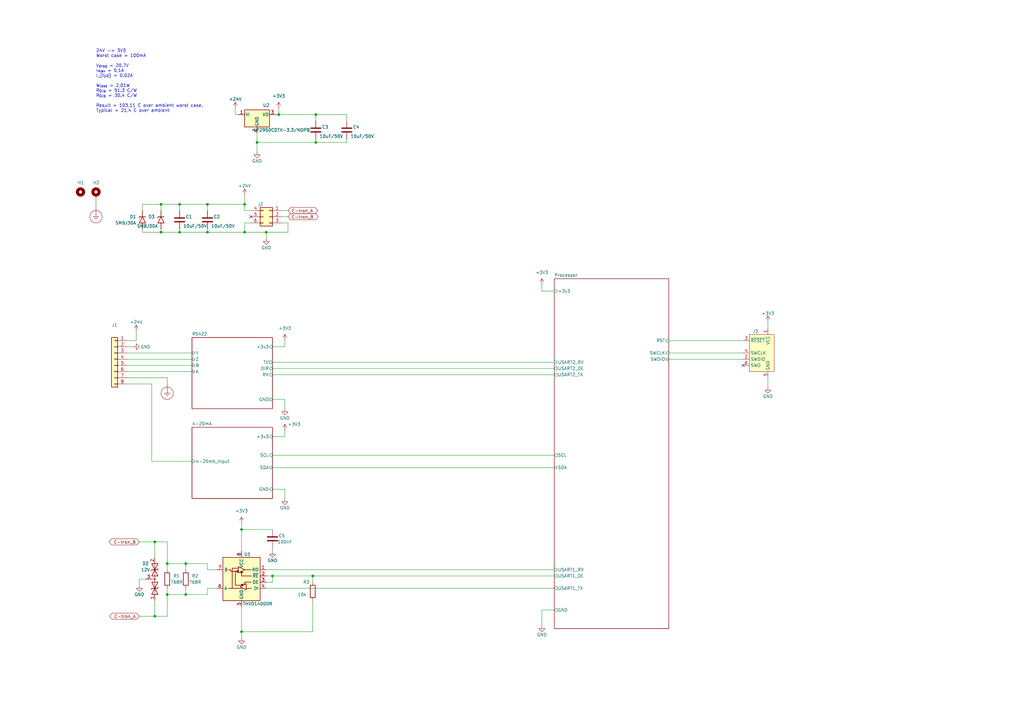
<source format=kicad_sch>
(kicad_sch (version 20250114) (generator "eeschema") (generator_version "9.0")
  (paper "A3")
  (title_block (title "Sensor Conversion board") (date "2025-03-04") (rev "B") (company "Cerlic Controls AB"))
  (lib_symbols
    (symbol "Connector:Conn_ARM_SWD_TagConnect_TC2030-NL" (in_bom no)
      (property "Reference" "J" (at 2.54 11.43 0))
      (property "Value" "Conn_ARM_SWD_TagConnect_TC2030-NL" (at 2.54 8.89 0))
      (symbol "Conn_ARM_SWD_TagConnect_TC2030-NL_0_0"
        (pin power_in line (at -2.54 10.16 270) (length 2.54) (name "VCC") (number "1"))
        (pin power_in line (at -2.54 -10.16 90) (length 2.54) (name "GND") (number "5"))
        (pin open_collector line (at 7.62 5.08 180) (length 2.54) (name "~{RESET}") (number "3"))
        (pin output line (at 7.62 0 180) (length 2.54) (name "SWCLK") (number "4"))
        (pin bidirectional line (at 7.62 -2.54 180) (length 2.54) (name "SWDIO") (number "2"))
        (pin input line (at 7.62 -5.08 180) (length 2.54) (name "SWO") (number "6"))
      )
      (symbol "Conn_ARM_SWD_TagConnect_TC2030-NL_0_1"
        (rectangle (start -5.08 7.62) (end 5.08 -7.62) (fill (type background)))
      )
    )
    (symbol "Connector_Generic:Conn_01x08" (pin_names (offset 1.016) (hide yes))
      (property "Reference" "J" (at 0 10.16 0))
      (property "Value" "Conn_01x08" (at 0 -12.7 0))
      (symbol "Conn_01x08_1_1"
        (rectangle (start -1.27 8.89) (end 1.27 -11.43) (stroke (width 0.254)) (fill (type background)))
        (rectangle (start -1.27 7.747) (end 0 7.493) (stroke (width 0.1524)))
        (rectangle (start -1.27 5.207) (end 0 4.953) (stroke (width 0.1524)))
        (rectangle (start -1.27 2.667) (end 0 2.413) (stroke (width 0.1524)))
        (rectangle (start -1.27 0.127) (end 0 -0.127) (stroke (width 0.1524)))
        (rectangle (start -1.27 -2.413) (end 0 -2.667) (stroke (width 0.1524)))
        (rectangle (start -1.27 -4.953) (end 0 -5.207) (stroke (width 0.1524)))
        (rectangle (start -1.27 -7.493) (end 0 -7.747) (stroke (width 0.1524)))
        (rectangle (start -1.27 -10.033) (end 0 -10.287) (stroke (width 0.1524)))
        (pin passive line (at -5.08 7.62 0) (length 3.81) (name "Pin_1") (number "1"))
        (pin passive line (at -5.08 5.08 0) (length 3.81) (name "Pin_2") (number "2"))
        (pin passive line (at -5.08 2.54 0) (length 3.81) (name "Pin_3") (number "3"))
        (pin passive line (at -5.08 0 0) (length 3.81) (name "Pin_4") (number "4"))
        (pin passive line (at -5.08 -2.54 0) (length 3.81) (name "Pin_5") (number "5"))
        (pin passive line (at -5.08 -5.08 0) (length 3.81) (name "Pin_6") (number "6"))
        (pin passive line (at -5.08 -7.62 0) (length 3.81) (name "Pin_7") (number "7"))
        (pin passive line (at -5.08 -10.16 0) (length 3.81) (name "Pin_8") (number "8"))
      )
    )
    (symbol "Connector_Generic:Conn_02x03_Top_Bottom" (pin_names (offset 1.016) (hide yes))
      (property "Reference" "J" (at 1.27 5.08 0))
      (property "Value" "Conn_02x03_Top_Bottom" (at 1.27 -5.08 0))
      (symbol "Conn_02x03_Top_Bottom_1_1"
        (rectangle (start -1.27 3.81) (end 3.81 -3.81) (stroke (width 0.254)) (fill (type background)))
        (rectangle (start -1.27 2.667) (end 0 2.413) (stroke (width 0.1524)))
        (rectangle (start -1.27 0.127) (end 0 -0.127) (stroke (width 0.1524)))
        (rectangle (start -1.27 -2.413) (end 0 -2.667) (stroke (width 0.1524)))
        (rectangle (start 3.81 2.667) (end 2.54 2.413) (stroke (width 0.1524)))
        (rectangle (start 3.81 0.127) (end 2.54 -0.127) (stroke (width 0.1524)))
        (rectangle (start 3.81 -2.413) (end 2.54 -2.667) (stroke (width 0.1524)))
        (pin passive line (at -5.08 2.54 0) (length 3.81) (name "Pin_1") (number "1"))
        (pin passive line (at -5.08 0 0) (length 3.81) (name "Pin_2") (number "2"))
        (pin passive line (at -5.08 -2.54 0) (length 3.81) (name "Pin_3") (number "3"))
        (pin passive line (at 7.62 2.54 180) (length 3.81) (name "Pin_4") (number "4"))
        (pin passive line (at 7.62 0 180) (length 3.81) (name "Pin_5") (number "5"))
        (pin passive line (at 7.62 -2.54 180) (length 3.81) (name "Pin_6") (number "6"))
      )
    )
    (symbol "Device:C" (pin_numbers (hide yes)) (pin_names (offset 0.254))
      (property "Reference" "C" (at 0.635 2.54 0))
      (property "Value" "C" (at 0.635 -2.54 0))
      (symbol "C_0_1"
        (polyline (pts (xy -2.032 0.762) (xy 2.032 0.762)) (stroke (width 0.508)))
        (polyline (pts (xy -2.032 -0.762) (xy 2.032 -0.762)) (stroke (width 0.508)))
      )
      (symbol "C_1_1"
        (pin passive line (at 0 3.81 270) (length 2.794) (name "~") (number "1"))
        (pin passive line (at 0 -3.81 90) (length 2.794) (name "~") (number "2"))
      )
    )
    (symbol "Device:D_TVS_Dual_AAC" (pin_names (offset 1.016) (hide yes))
      (property "Reference" "D" (at 0 4.445 0))
      (property "Value" "D_TVS_Dual_AAC" (at 0 2.54 0))
      (symbol "D_TVS_Dual_AAC_0_0"
        (polyline (pts (xy 0 -1.27) (xy 0 0)))
      )
      (symbol "D_TVS_Dual_AAC_0_1"
        (polyline (pts (xy -6.35 1.27) (xy -1.27 -1.27) (xy -1.27 1.27) (xy -6.35 -1.27) (xy -6.35 1.27)) (stroke (width 0.254)))
        (polyline (pts (xy -6.35 0) (xy 6.35 0)))
        (polyline (pts (xy -3.302 1.27) (xy -3.81 1.27) (xy -3.81 -1.27) (xy -4.318 -1.27)) (stroke (width 0.254)))
        (circle (center 0 0) (radius 0.254) (fill (type outline)))
        (polyline (pts (xy 4.318 1.27) (xy 3.81 1.27) (xy 3.81 -1.27) (xy 3.302 -1.27)) (stroke (width 0.254)))
        (polyline (pts (xy 6.35 1.27) (xy 1.27 -1.27) (xy 1.27 1.27) (xy 6.35 -1.27) (xy 6.35 1.27)) (stroke (width 0.254)))
      )
      (symbol "D_TVS_Dual_AAC_1_1"
        (pin passive line (at -8.89 0 0) (length 2.54) (name "A1") (number "1"))
        (pin input line (at 0 -3.81 90) (length 2.54) (name "common") (number "3"))
        (pin passive line (at 8.89 0 180) (length 2.54) (name "A2") (number "2"))
      )
    )
    (symbol "Device:R" (pin_numbers (hide yes)) (pin_names (offset 0))
      (property "Reference" "R" (at 2.032 0 90))
      (property "Value" "R" (at 0 0 90))
      (symbol "R_0_1"
        (rectangle (start -1.016 -2.54) (end 1.016 2.54) (stroke (width 0.254)))
      )
      (symbol "R_1_1"
        (pin passive line (at 0 3.81 270) (length 1.27) (name "~") (number "1"))
        (pin passive line (at 0 -3.81 90) (length 1.27) (name "~") (number "2"))
      )
    )
    (symbol "Diode:SM6T10A" (pin_numbers (hide yes)) (pin_names (offset 1.016) (hide yes))
      (property "Reference" "D" (at 0 2.54 0))
      (property "Value" "SM6T10A" (at 0 -2.54 0))
      (symbol "SM6T10A_0_1"
        (polyline (pts (xy -0.762 1.27) (xy -1.27 1.27) (xy -1.27 -1.27)) (stroke (width 0.254)))
        (polyline (pts (xy 1.27 1.27) (xy 1.27 -1.27) (xy -1.27 0) (xy 1.27 1.27)) (stroke (width 0.254)))
      )
      (symbol "SM6T10A_1_1"
        (pin passive line (at -3.81 0 0) (length 2.54) (name "A1") (number "1"))
        (pin passive line (at 3.81 0 180) (length 2.54) (name "A2") (number "2"))
      )
    )
    (symbol "Interface_UART:ST485EBDR"
      (property "Reference" "U" (at -6.35 8.89 0))
      (property "Value" "ST485EBDR" (at 1.27 8.89 0))
      (symbol "ST485EBDR_0_1"
        (rectangle (start -7.62 7.62) (end 7.62 -10.16) (stroke (width 0.254)) (fill (type background)))
        (polyline (pts (xy -4.064 2.54) (xy -1.27 2.54)) (stroke (width 0.254)))
        (polyline (pts (xy -4.064 -2.54) (xy -1.27 -2.54) (xy -1.27 -3.175)) (stroke (width 0.254)))
        (polyline (pts (xy -4.064 -5.08) (xy -1.905 -5.08)) (stroke (width 0.254)))
        (polyline (pts (xy -1.905 -3.175) (xy -1.905 -5.715) (xy 0.635 -4.445) (xy -1.905 -3.175)) (stroke (width 0.254)))
        (polyline (pts (xy -1.27 2.54) (xy 1.27 3.81) (xy 1.27 1.27) (xy -1.27 2.54)) (stroke (width 0.254)))
        (polyline (pts (xy -1.27 -3.2004) (xy -1.27 -3.4544)) (stroke (width 0.254)))
        (polyline (pts (xy -0.635 -5.08) (xy 5.334 -5.08)) (stroke (width 0.254)))
        (circle (center -0.3048 -3.683) (radius 0.3556) (stroke (width 0.254)) (fill (type outline)))
        (circle (center -0.0254 1.4986) (radius 0.3556) (stroke (width 0.254)) (fill (type outline)))
        (polyline (pts (xy 0 1.27) (xy 0 0) (xy -4.064 0)) (stroke (width 0.254)))
        (polyline (pts (xy 1.27 3.175) (xy 3.81 3.175) (xy 3.81 -5.08)) (stroke (width 0.254)))
        (rectangle (start 1.27 3.175) (end 1.27 3.175))
        (circle (center 1.651 1.905) (radius 0.3556) (stroke (width 0.254)) (fill (type outline)))
        (polyline (pts (xy 1.905 1.905) (xy 4.445 1.905) (xy 4.445 2.54) (xy 5.334 2.54)) (stroke (width 0.254)))
        (polyline (pts (xy 2.54 1.905) (xy 2.54 -3.81) (xy 0 -3.81)) (stroke (width 0.254)))
      )
      (symbol "ST485EBDR_1_1"
        (pin output line (at -10.16 2.54 0) (length 2.54) (name "RO") (number "1"))
        (pin input line (at -10.16 0 0) (length 2.54) (name "~{RE}") (number "2"))
        (pin input line (at -10.16 -2.54 0) (length 2.54) (name "DE") (number "3"))
        (pin input line (at -10.16 -5.08 0) (length 2.54) (name "DI") (number "4"))
        (pin power_in line (at 0 10.16 270) (length 2.54) (name "VCC") (number "8"))
        (pin power_in line (at 0 -12.7 90) (length 2.54) (name "GND") (number "5"))
        (pin bidirectional line (at 10.16 2.54 180) (length 2.54) (name "B") (number "7"))
        (pin bidirectional line (at 10.16 -5.08 180) (length 2.54) (name "A") (number "6"))
      )
    )
    (symbol "Mechanical:MountingHole" (pin_names (offset 1.016))
      (property "Reference" "H" (at 0 5.08 0))
      (property "Value" "MountingHole" (at 0 3.175 0))
      (symbol "MountingHole_0_1"
        (circle (center 0 0) (radius 1.27) (stroke (width 1.27)))
      )
    )
    (symbol "Mechanical:MountingHole_Pad" (pin_numbers (hide yes)) (pin_names (offset 1.016) (hide yes))
      (property "Reference" "H" (at 0 6.35 0))
      (property "Value" "MountingHole_Pad" (at 0 4.445 0))
      (symbol "MountingHole_Pad_0_1"
        (circle (center 0 1.27) (radius 1.27) (stroke (width 1.27)))
      )
      (symbol "MountingHole_Pad_1_1"
        (pin input line (at 0 -2.54 90) (length 2.54) (name "1") (number "1"))
      )
    )
    (symbol "Regulator_Linear:LP2950-3.3_TO252" (pin_names (offset 0.254))
      (property "Reference" "U" (at -3.81 3.175 0))
      (property "Value" "LP2950-3.3_TO252" (at 0 3.175 0))
      (symbol "LP2950-3.3_TO252_0_1"
        (rectangle (start -5.08 1.905) (end 5.08 -5.08) (stroke (width 0.254)) (fill (type background)))
      )
      (symbol "LP2950-3.3_TO252_1_1"
        (pin power_in line (at -7.62 0 0) (length 2.54) (name "VI") (number "1"))
        (pin power_in line (at 0 -7.62 90) (length 2.54) (name "GND") (number "2"))
        (pin power_out line (at 7.62 0 180) (length 2.54) (name "VO") (number "3"))
      )
    )
    (symbol "power:+24V" (power) (pin_names (offset 0))
      (property "Value" "+24V" (at 0 3.556 0))
      (symbol "+24V_0_1"
        (polyline (pts (xy -0.762 1.27) (xy 0 2.54)))
        (polyline (pts (xy 0 2.54) (xy 0.762 1.27)))
        (polyline (pts (xy 0 0) (xy 0 2.54)))
      )
      (symbol "+24V_1_1"
        (pin power_in line (at 0 0 90) (length 0) (hide yes) (name "+24V") (number "1"))
      )
    )
    (symbol "power:+3V3" (power) (pin_names (offset 0))
      (property "Value" "+3V3" (at 0 3.556 0))
      (symbol "+3V3_0_1"
        (polyline (pts (xy -0.762 1.27) (xy 0 2.54)))
        (polyline (pts (xy 0 2.54) (xy 0.762 1.27)))
        (polyline (pts (xy 0 0) (xy 0 2.54)))
      )
      (symbol "+3V3_1_1"
        (pin power_in line (at 0 0 90) (length 0) (hide yes) (name "+3V3") (number "1"))
      )
    )
    (symbol "power:Earth_Protective" (power) (pin_names (offset 0))
      (symbol "Earth_Protective_0_1"
        (polyline (pts (xy -0.635 -4.445) (xy 0.635 -4.445)))
        (polyline (pts (xy -0.127 -5.08) (xy 0.127 -5.08)))
        (polyline (pts (xy 0 -3.81) (xy 0 0)))
        (circle (center 0 -3.81) (radius 2.54))
        (polyline (pts (xy 1.27 -3.81) (xy -1.27 -3.81)))
      )
      (symbol "Earth_Protective_1_1"
        (pin power_in line (at 0 0 270) (length 0) (hide yes) (name "Earth_Protective") (number "1"))
      )
    )
    (symbol "power:GND" (power) (pin_names (offset 0))
      (property "Value" "GND" (at 0 -3.81 0))
      (symbol "GND_0_1"
        (polyline (pts (xy 0 0) (xy 0 -1.27) (xy 1.27 -1.27) (xy 0 -2.54) (xy -1.27 -1.27) (xy 0 -1.27)))
      )
      (symbol "GND_1_1"
        (pin power_in line (at 0 0 270) (length 0) (hide yes) (name "GND") (number "1"))
      )
    )
  )
  (text "24V -> 3V3\nWorst case = 100mA\n\nV_{drop} = 20,7V\nI_{max} = 0,1A\nI_[typ} = 0.02A\n\nW_{loss} = 2,01W\nR_{0Ja} = 51.3 C/W\nR_{0Jb} = 30.4 C/W\n\nResult = 103,11 C over ambient worst case.\nTypical = 21,4 C over ambient\n\n" (at 39.37 48.26 0) (effects (font (size 1.27 1.27)) (justify left bottom)))
  (junction (at 73.66 95.25))
  (junction (at 99.06 259.08))
  (junction (at 85.09 95.25))
  (junction (at 129.54 46.99))
  (junction (at 99.06 217.17))
  (junction (at 76.2 231.14))
  (junction (at 66.04 83.82))
  (junction (at 100.33 83.82))
  (junction (at 68.58 231.14))
  (junction (at 114.3 46.99))
  (junction (at 105.41 58.42))
  (junction (at 68.58 243.84))
  (junction (at 76.2 243.84))
  (junction (at 63.5 252.73))
  (junction (at 111.76 236.22))
  (junction (at 128.27 236.22))
  (junction (at 66.04 95.25))
  (junction (at 129.54 58.42))
  (junction (at 73.66 83.82))
  (junction (at 109.22 95.25))
  (junction (at 100.33 95.25))
  (junction (at 63.5 222.25))
  (junction (at 85.09 83.82))
  (no_connect (at 102.87 88.9))
  (no_connect (at 304.8 149.86))
  (wire (pts (xy 274.32 144.78) (xy 304.8 144.78)))
  (wire (pts (xy 85.09 93.98) (xy 85.09 95.25)))
  (wire (pts (xy 66.04 95.25) (xy 73.66 95.25)))
  (wire (pts (xy 68.58 243.84) (xy 68.58 241.3)))
  (wire (pts (xy 222.25 250.19) (xy 222.25 256.54)))
  (wire (pts (xy 142.24 46.99) (xy 129.54 46.99)))
  (wire (pts (xy 109.22 95.25) (xy 118.11 95.25)))
  (wire (pts (xy 73.66 83.82) (xy 85.09 83.82)))
  (wire (pts (xy 128.27 236.22) (xy 227.33 236.22)))
  (wire (pts (xy 68.58 243.84) (xy 76.2 243.84)))
  (wire (pts (xy 85.09 95.25) (xy 100.33 95.25)))
  (wire (pts (xy 314.96 154.94) (xy 314.96 158.75)))
  (wire (pts (xy 99.06 214.63) (xy 99.06 217.17)))
  (wire (pts (xy 105.41 58.42) (xy 105.41 62.23)))
  (wire (pts (xy 116.84 163.83) (xy 116.84 167.64)))
  (wire (pts (xy 57.15 237.49) (xy 59.69 237.49)))
  (wire (pts (xy 111.76 238.76) (xy 109.22 238.76)))
  (wire (pts (xy 52.07 157.48) (xy 62.23 157.48)))
  (wire (pts (xy 88.9 241.3) (xy 85.09 241.3)))
  (wire (pts (xy 99.06 259.08) (xy 99.06 261.62)))
  (wire (pts (xy 96.52 44.45) (xy 96.52 46.99)))
  (wire (pts (xy 52.07 152.4) (xy 78.74 152.4)))
  (wire (pts (xy 109.22 241.3) (xy 227.33 241.3)))
  (wire (pts (xy 76.2 241.3) (xy 76.2 243.84)))
  (wire (pts (xy 129.54 49.53) (xy 129.54 46.99)))
  (wire (pts (xy 76.2 231.14) (xy 85.09 231.14)))
  (wire (pts (xy 111.76 148.59) (xy 227.33 148.59)))
  (wire (pts (xy 118.11 86.36) (xy 115.57 86.36)))
  (wire (pts (xy 111.76 191.77) (xy 227.33 191.77)))
  (wire (pts (xy 142.24 58.42) (xy 129.54 58.42)))
  (wire (pts (xy 109.22 95.25) (xy 109.22 97.79)))
  (wire (pts (xy 100.33 83.82) (xy 100.33 86.36)))
  (wire (pts (xy 128.27 246.38) (xy 128.27 259.08)))
  (wire (pts (xy 68.58 231.14) (xy 68.58 233.68)))
  (wire (pts (xy 116.84 179.07) (xy 111.76 179.07)))
  (wire (pts (xy 76.2 243.84) (xy 85.09 243.84)))
  (wire (pts (xy 73.66 93.98) (xy 73.66 95.25)))
  (wire (pts (xy 111.76 163.83) (xy 116.84 163.83)))
  (wire (pts (xy 58.42 86.36) (xy 58.42 83.82)))
  (wire (pts (xy 118.11 88.9) (xy 115.57 88.9)))
  (wire (pts (xy 85.09 241.3) (xy 85.09 243.84)))
  (wire (pts (xy 109.22 236.22) (xy 111.76 236.22)))
  (wire (pts (xy 116.84 200.66) (xy 116.84 204.47)))
  (wire (pts (xy 58.42 95.25) (xy 66.04 95.25)))
  (wire (pts (xy 99.06 248.92) (xy 99.06 259.08)))
  (wire (pts (xy 129.54 46.99) (xy 114.3 46.99)))
  (wire (pts (xy 66.04 86.36) (xy 66.04 83.82)))
  (wire (pts (xy 68.58 222.25) (xy 63.5 222.25)))
  (wire (pts (xy 85.09 83.82) (xy 100.33 83.82)))
  (wire (pts (xy 111.76 224.79) (xy 111.76 226.06)))
  (wire (pts (xy 52.07 149.86) (xy 78.74 149.86)))
  (wire (pts (xy 62.23 157.48) (xy 62.23 189.23)))
  (wire (pts (xy 314.96 132.08) (xy 314.96 134.62)))
  (wire (pts (xy 111.76 236.22) (xy 111.76 238.76)))
  (wire (pts (xy 222.25 116.84) (xy 222.25 119.38)))
  (wire (pts (xy 55.88 135.89) (xy 55.88 139.7)))
  (wire (pts (xy 62.23 189.23) (xy 78.74 189.23)))
  (wire (pts (xy 113.03 46.99) (xy 114.3 46.99)))
  (wire (pts (xy 68.58 154.94) (xy 68.58 157.48)))
  (wire (pts (xy 58.42 93.98) (xy 58.42 95.25)))
  (wire (pts (xy 100.33 95.25) (xy 109.22 95.25)))
  (wire (pts (xy 109.22 233.68) (xy 227.33 233.68)))
  (wire (pts (xy 102.87 91.44) (xy 100.33 91.44)))
  (wire (pts (xy 116.84 176.53) (xy 116.84 179.07)))
  (wire (pts (xy 274.32 147.32) (xy 304.8 147.32)))
  (wire (pts (xy 105.41 58.42) (xy 129.54 58.42)))
  (wire (pts (xy 142.24 49.53) (xy 142.24 46.99)))
  (wire (pts (xy 68.58 252.73) (xy 68.58 243.84)))
  (wire (pts (xy 111.76 200.66) (xy 116.84 200.66)))
  (wire (pts (xy 111.76 151.13) (xy 227.33 151.13)))
  (wire (pts (xy 85.09 233.68) (xy 85.09 231.14)))
  (wire (pts (xy 128.27 236.22) (xy 111.76 236.22)))
  (wire (pts (xy 52.07 154.94) (xy 68.58 154.94)))
  (wire (pts (xy 114.3 44.45) (xy 114.3 46.99)))
  (wire (pts (xy 102.87 86.36) (xy 100.33 86.36)))
  (wire (pts (xy 66.04 83.82) (xy 73.66 83.82)))
  (wire (pts (xy 128.27 259.08) (xy 99.06 259.08)))
  (wire (pts (xy 57.15 240.03) (xy 57.15 237.49)))
  (wire (pts (xy 142.24 57.15) (xy 142.24 58.42)))
  (wire (pts (xy 116.84 139.7) (xy 116.84 142.24)))
  (wire (pts (xy 128.27 236.22) (xy 128.27 238.76)))
  (wire (pts (xy 105.41 54.61) (xy 105.41 58.42)))
  (wire (pts (xy 63.5 246.38) (xy 63.5 252.73)))
  (wire (pts (xy 68.58 252.73) (xy 63.5 252.73)))
  (wire (pts (xy 111.76 153.67) (xy 227.33 153.67)))
  (wire (pts (xy 63.5 252.73) (xy 57.15 252.73)))
  (wire (pts (xy 68.58 231.14) (xy 76.2 231.14)))
  (wire (pts (xy 129.54 57.15) (xy 129.54 58.42)))
  (wire (pts (xy 58.42 83.82) (xy 66.04 83.82)))
  (wire (pts (xy 39.37 82.55) (xy 39.37 85.09)))
  (wire (pts (xy 55.88 139.7) (xy 52.07 139.7)))
  (wire (pts (xy 85.09 86.36) (xy 85.09 83.82)))
  (wire (pts (xy 52.07 147.32) (xy 78.74 147.32)))
  (wire (pts (xy 222.25 119.38) (xy 227.33 119.38)))
  (wire (pts (xy 274.32 139.7) (xy 304.8 139.7)))
  (wire (pts (xy 115.57 91.44) (xy 118.11 91.44)))
  (wire (pts (xy 111.76 186.69) (xy 227.33 186.69)))
  (wire (pts (xy 100.33 80.01) (xy 100.33 83.82)))
  (wire (pts (xy 73.66 86.36) (xy 73.66 83.82)))
  (wire (pts (xy 118.11 91.44) (xy 118.11 95.25)))
  (wire (pts (xy 97.79 46.99) (xy 96.52 46.99)))
  (wire (pts (xy 227.33 250.19) (xy 222.25 250.19)))
  (wire (pts (xy 116.84 142.24) (xy 111.76 142.24)))
  (wire (pts (xy 52.07 144.78) (xy 78.74 144.78)))
  (wire (pts (xy 99.06 217.17) (xy 99.06 226.06)))
  (wire (pts (xy 100.33 95.25) (xy 100.33 91.44)))
  (wire (pts (xy 88.9 233.68) (xy 85.09 233.68)))
  (wire (pts (xy 99.06 217.17) (xy 111.76 217.17)))
  (wire (pts (xy 66.04 93.98) (xy 66.04 95.25)))
  (wire (pts (xy 76.2 231.14) (xy 76.2 233.68)))
  (wire (pts (xy 63.5 222.25) (xy 57.15 222.25)))
  (wire (pts (xy 73.66 95.25) (xy 85.09 95.25)))
  (wire (pts (xy 68.58 222.25) (xy 68.58 231.14)))
  (wire (pts (xy 63.5 222.25) (xy 63.5 228.6)))
  (wire (pts (xy 52.07 142.24) (xy 54.61 142.24)))
  (global_label "C-tron_A" (shape bidirectional) (at 118.11 86.36 0) (property "Intersheetrefs" "${INTERSHEET_REFS}" (effects (hide yes))))
  (global_label "C-tron_B" (shape bidirectional) (at 57.15 222.25 180) (property "Intersheetrefs" "${INTERSHEET_REFS}" (effects (hide yes))))
  (global_label "C-tron_A" (shape bidirectional) (at 57.15 252.73 180) (property "Intersheetrefs" "${INTERSHEET_REFS}" (effects (hide yes))))
  (global_label "C-tron_B" (shape bidirectional) (at 118.11 88.9 0) (property "Intersheetrefs" "${INTERSHEET_REFS}" (effects (hide yes))))
  (symbol (lib_id "power:GND") (at 57.15 240.03 0) (mirror y) (unit 1)
    (property "Reference" "#PWR04" (effects (hide yes)))
    (property "Value" "GND" (at 57.15 243.84 0))
  )
  (symbol (lib_id "Connector_Generic:Conn_02x03_Top_Bottom") (at 110.49 88.9 0) (mirror y) (unit 1)
    (property "Reference" "J2" (at 107.95 83.82 0) (effects (justify left)))
    (property "Value" "0430450600" (effects (hide yes)))
    (property "Footprint" "LT600_Adapter:0430450600" (effects (hide yes)))
    (property "Datasheet" "https://www.molex.com/pdm_docs/ps/PS-43045.pdf" (effects (hide yes)))
  )
  (symbol (lib_id "power:GND") (at 109.22 97.79 0) (mirror y) (unit 1)
    (property "Reference" "#PWR011" (effects (hide yes)))
    (property "Value" "GND" (at 109.22 101.6 0))
  )
  (symbol (lib_id "Mechanical:MountingHole_Pad") (at 39.37 80.01 0) (unit 1) (in_bom no)
    (property "Reference" "H2" (at 38.1 74.93 0) (effects (justify left)))
    (property "Value" "MountingHole_Pad" (effects (hide yes)))
    (property "Footprint" "MountingHole:MountingHole_3.2mm_M3_DIN965_Pad" (effects (hide yes)))
  )
  (symbol (lib_id "Connector:Conn_ARM_SWD_TagConnect_TC2030-NL") (at 312.42 144.78 0) (mirror y) (unit 1) (in_bom no)
    (property "Reference" "J3" (at 308.61 135.89 0) (effects (justify right)))
    (property "Value" "Conn_ARM_SWD_TagConnect_TC2030-NL" (effects (hide yes)))
    (property "Footprint" "Connector:Tag-Connect_TC2030-IDC-NL_2x03_P1.27mm_Vertical" (effects (hide yes)))
    (property "Datasheet" "https://www.tag-connect.com/wp-content/uploads/bsk-pdf-manager/TC2030-CTX_1.pdf" (effects (hide yes)))
  )
  (symbol (lib_id "power:GND") (at 99.06 261.62 0) (mirror y) (unit 1)
    (property "Reference" "#PWR08" (effects (hide yes)))
    (property "Value" "GND" (at 99.06 265.43 0))
  )
  (symbol (lib_id "power:+3V3") (at 314.96 132.08 0) (unit 1)
    (property "Reference" "#PWR028" (effects (hide yes)))
    (property "Value" "+3V3" (at 314.96 128.524 0))
  )
  (symbol (lib_id "power:GND") (at 105.41 62.23 0) (mirror y) (unit 1)
    (property "Reference" "#PWR010" (effects (hide yes)))
    (property "Value" "GND" (at 105.41 66.04 0))
  )
  (symbol (lib_id "power:+3V3") (at 114.3 44.45 0) (mirror y) (unit 1)
    (property "Reference" "#PWR012" (effects (hide yes)))
    (property "Value" "+3V3" (at 114.3 39.37 0))
  )
  (symbol (lib_id "Diode:SM6T10A") (at 58.42 90.17 90) (mirror x) (unit 1)
    (property "Reference" "D1" (at 55.88 88.8999 90) (effects (justify left)))
    (property "Value" "SMBJ30A" (at 55.88 91.4399 90) (effects (justify left)))
    (property "Footprint" "Diode_SMD:D_SMB" (effects (hide yes)))
  )
  (symbol (lib_id "Mechanical:MountingHole") (at 33.02 78.74 0) (unit 1) (in_bom no)
    (property "Reference" "H1" (at 31.75 74.93 0) (effects (justify left)))
    (property "Value" "MountingHole" (effects (hide yes)))
    (property "Footprint" "MountingHole:MountingHole_3.2mm_M3" (effects (hide yes)))
  )
  (symbol (lib_id "Interface_UART:ST485EBDR") (at 99.06 236.22 0) (mirror y) (unit 1)
    (property "Reference" "U1" (at 102.87 227.33 0) (effects (justify left)))
    (property "Value" "THVD1400DR" (at 111.76 247.65 0) (effects (justify left)))
    (property "Footprint" "Package_SO:SOIC-8_3.9x4.9mm_P1.27mm" (effects (hide yes)))
    (property "Datasheet" "https://www.ti.com/lit/ds/symlink/thvd1400.pdf?HQS=dis-dk-null-digikeymode-dsf-pf-null-wwe&ts=1738546984184" (effects (hide yes)))
  )
  (symbol (lib_id "power:GND") (at 116.84 167.64 0) (mirror y) (unit 1)
    (property "Reference" "#PWR014" (effects (hide yes)))
    (property "Value" "GND" (at 116.84 171.45 0))
  )
  (symbol (lib_id "power:GND") (at 54.61 142.24 90) (unit 1)
    (property "Reference" "#PWR02" (effects (hide yes)))
    (property "Value" "GND" (at 59.69 142.24 90))
  )
  (symbol (lib_id "power:+24V") (at 96.52 44.45 0) (mirror y) (unit 1)
    (property "Reference" "#PWR06" (effects (hide yes)))
    (property "Value" "+24V" (at 96.52 40.64 0))
  )
  (symbol (lib_id "Device:D_TVS_Dual_AAC") (at 63.5 237.49 270) (mirror x) (unit 1)
    (property "Reference" "D2" (at 59.69 231.14 90))
    (property "Value" "12V" (at 59.69 233.68 90))
    (property "Footprint" "Package_TO_SOT_SMD:SOT-323_SC-70" (effects (hide yes)))
    (property "Datasheet" "https://toshiba.semicon-storage.com/info/DF3D18FU_datasheet_en_20210625.pdf?did=29958&prodName=DF3D18FU" (effects (hide yes)))
    (property "MPN" "DF3D18FU,LF" (effects (hide yes)))
  )
  (symbol (lib_id "power:Earth_Protective") (at 39.37 85.09 0) (unit 1)
    (property "Reference" "#PWR01" (effects (hide yes)))
    (property "Value" "Earth_Protective" (effects (hide yes)))
  )
  (symbol (lib_id "Device:R") (at 68.58 237.49 0) (unit 1)
    (property "Reference" "R1" (at 72.39 236.22 0))
    (property "Value" "768R" (at 72.39 238.76 0))
    (property "Footprint" "Resistor_SMD:R_0603_1608Metric" (effects (hide yes)))
  )
  (symbol (lib_id "power:+24V") (at 55.88 135.89 0) (unit 1)
    (property "Reference" "#PWR03" (effects (hide yes)))
    (property "Value" "+24V" (at 55.88 132.08 0))
  )
  (symbol (lib_id "power:Earth_Protective") (at 68.58 157.48 0) (mirror y) (unit 1)
    (property "Reference" "#PWR05" (effects (hide yes)))
    (property "Value" "Earth_Protective" (effects (hide yes)))
  )
  (symbol (lib_id "Connector_Generic:Conn_01x08") (at 46.99 147.32 0) (mirror y) (unit 1)
    (property "Reference" "J1" (at 46.99 133.35 0))
    (property "Value" "1990067" (effects (hide yes)))
    (property "Footprint" "LT600_Adapter:1990067" (effects (hide yes)))
    (property "Datasheet" "https://mm.digikey.com/Volume0/opasdata/d220001/medias/docus/2515/COMBICON%20Spring-Cage%20PCB%20Term.%20Blocks.pdf" (effects (hide yes)))
  )
  (symbol (lib_id "Device:C") (at 111.76 220.98 180) (unit 1)
    (property "Reference" "C5" (at 115.57 219.71 0))
    (property "Value" "100nF" (at 116.84 222.25 0))
    (property "Footprint" "Capacitor_SMD:C_0402_1005Metric" (effects (hide yes)))
    (property "Voltage" "25V" (effects (hide yes)))
  )
  (symbol (lib_id "Device:C") (at 73.66 90.17 180) (unit 1)
    (property "Reference" "C1" (at 77.47 88.9 0))
    (property "Value" "10uF/50V" (at 80.01 92.71 0))
    (property "Footprint" "Capacitor_SMD:C_1206_3216Metric" (effects (hide yes)))
  )
  (symbol (lib_id "Diode:SM6T10A") (at 66.04 90.17 90) (mirror x) (unit 1)
    (property "Reference" "D3" (at 63.5 88.8999 90) (effects (justify left)))
    (property "Value" "SMBJ30A" (at 64.77 92.71 90) (effects (justify left)))
    (property "Footprint" "Diode_SMD:D_SMB" (effects (hide yes)))
  )
  (symbol (lib_id "power:+3V3") (at 99.06 214.63 0) (mirror y) (unit 1)
    (property "Reference" "#PWR07" (effects (hide yes)))
    (property "Value" "+3V3" (at 99.06 209.55 0))
  )
  (symbol (lib_id "power:+3V3") (at 116.84 139.7 0) (mirror y) (unit 1)
    (property "Reference" "#PWR013" (effects (hide yes)))
    (property "Value" "+3V3" (at 116.84 134.62 0))
  )
  (symbol (lib_id "power:+3V3") (at 222.25 116.84 0) (unit 1)
    (property "Reference" "#PWR020" (effects (hide yes)))
    (property "Value" "+3V3" (at 222.25 111.76 0))
  )
  (symbol (lib_id "power:+3V3") (at 116.84 176.53 0) (mirror y) (unit 1)
    (property "Reference" "#PWR015" (effects (hide yes)))
    (property "Value" "+3V3" (at 120.65 173.99 0))
  )
  (symbol (lib_id "power:GND") (at 222.25 256.54 0) (mirror y) (unit 1)
    (property "Reference" "#PWR019" (effects (hide yes)))
    (property "Value" "GND" (at 222.25 260.35 0))
  )
  (symbol (lib_id "Device:C") (at 85.09 90.17 180) (unit 1)
    (property "Reference" "C2" (at 88.9 88.9 0))
    (property "Value" "10uF/50V" (at 91.44 92.71 0))
    (property "Footprint" "Capacitor_SMD:C_1206_3216Metric" (effects (hide yes)))
  )
  (symbol (lib_id "Device:R") (at 76.2 237.49 0) (unit 1)
    (property "Reference" "R2" (at 80.01 236.22 0))
    (property "Value" "768R" (at 80.01 238.76 0))
    (property "Footprint" "Resistor_SMD:R_0603_1608Metric" (effects (hide yes)))
  )
  (symbol (lib_id "Regulator_Linear:LP2950-3.3_TO252") (at 105.41 46.99 0) (unit 1)
    (property "Reference" "U2" (at 109.22 43.18 0))
    (property "Value" "LP2950CDTX-3.3/NOPB" (at 115.57 53.34 0))
    (property "Footprint" "Package_TO_SOT_SMD:TO-252-2" (effects (hide yes)))
    (property "Datasheet" "http://www.ti.com/lit/ds/symlink/lp2950.pdf" (effects (hide yes)))
  )
  (symbol (lib_id "power:GND") (at 116.84 204.47 0) (mirror y) (unit 1)
    (property "Reference" "#PWR016" (effects (hide yes)))
    (property "Value" "GND" (at 116.84 208.28 0))
  )
  (symbol (lib_id "Device:C") (at 142.24 53.34 180) (unit 1)
    (property "Reference" "C4" (at 146.05 52.07 0))
    (property "Value" "10uF/50V" (at 148.59 55.88 0))
    (property "Footprint" "Capacitor_SMD:C_1206_3216Metric" (effects (hide yes)))
  )
  (symbol (lib_id "Device:C") (at 129.54 53.34 180) (unit 1)
    (property "Reference" "C3" (at 133.35 52.07 0))
    (property "Value" "10uF/50V" (at 135.89 55.88 0))
    (property "Footprint" "Capacitor_SMD:C_1206_3216Metric" (effects (hide yes)))
  )
  (symbol (lib_id "power:GND") (at 314.96 158.75 0) (unit 1)
    (property "Reference" "#PWR029" (effects (hide yes)))
    (property "Value" "GND" (at 314.96 162.56 0))
  )
  (symbol (lib_id "power:GND") (at 111.76 226.06 0) (mirror y) (unit 1)
    (property "Reference" "#PWR018" (effects (hide yes)))
    (property "Value" "GND" (at 111.76 229.87 0))
  )
  (symbol (lib_id "power:+24V") (at 100.33 80.01 0) (mirror y) (unit 1)
    (property "Reference" "#PWR09" (effects (hide yes)))
    (property "Value" "+24V" (at 100.33 76.2 0))
  )
  (symbol (lib_id "Device:R") (at 128.27 242.57 0) (mirror y) (unit 1)
    (property "Reference" "R3" (at 127 238.76 0) (effects (justify left)))
    (property "Value" "10k" (at 125.73 243.8399 0) (effects (justify left)))
    (property "Footprint" "Resistor_SMD:R_0402_1005Metric" (effects (hide yes)))
  )
  (sheet (at 78.74 138.43) (size 33.02 29.21) (stroke (width 0.1524))
    (property "Sheetname" "RS422" (at 78.74 137.7184 0) (effects (justify left bottom)))
    (property "Sheetfile" "./RS422_FullDuplex.kicad_sch" (effects (hide yes)))
    (pin "GND" output (at 111.76 163.83 0))
    (pin "RX" input (at 111.76 153.67 0))
    (pin "DIR" input (at 111.76 151.13 0))
    (pin "TX" output (at 111.76 148.59 0))
    (pin "Y" bidirectional (at 78.74 144.78 180))
    (pin "A" bidirectional (at 78.74 152.4 180))
    (pin "B" bidirectional (at 78.74 149.86 180))
    (pin "Z" bidirectional (at 78.74 147.32 180))
    (pin "+3v3" input (at 111.76 142.24 0))
  )
  (sheet (at 227.33 114.3) (size 46.99 143.51) (stroke (width 0.1524))
    (property "Sheetname" "Processor" (at 227.33 113.5884 0) (effects (justify left bottom)))
    (property "Sheetfile" "STM32G0.kicad_sch" (effects (hide yes)))
    (pin "+3v3" input (at 227.33 119.38 180))
    (pin "GND" output (at 227.33 250.19 180))
    (pin "RST" input (at 274.32 139.7 0))
    (pin "SCL" output (at 227.33 186.69 180))
    (pin "SDA" bidirectional (at 227.33 191.77 180))
    (pin "USART1_DE" output (at 227.33 236.22 180))
    (pin "USART1_RX" input (at 227.33 233.68 180))
    (pin "USART1_TX" output (at 227.33 241.3 180))
    (pin "USART2_DE" output (at 227.33 151.13 180))
    (pin "USART2_RX" input (at 227.33 148.59 180))
    (pin "USART2_TX" output (at 227.33 153.67 180))
    (pin "SWCLK" input (at 274.32 144.78 0))
    (pin "SWDIO" bidirectional (at 274.32 147.32 0))
  )
  (sheet (at 78.74 175.26) (size 33.02 29.21) (stroke (width 0.1524))
    (property "Sheetname" "4-20mA" (at 78.74 174.5484 0) (effects (justify left bottom)))
    (property "Sheetfile" "./4-20mA.kicad_sch" (effects (hide yes)))
    (pin "4-20mA_Input" input (at 78.74 189.23 180))
    (pin "GND" input (at 111.76 200.66 0))
    (pin "SDA" bidirectional (at 111.76 191.77 0))
    (pin "SCL" input (at 111.76 186.69 0))
    (pin "+3v3" input (at 111.76 179.07 0))
  )
)
</source>
